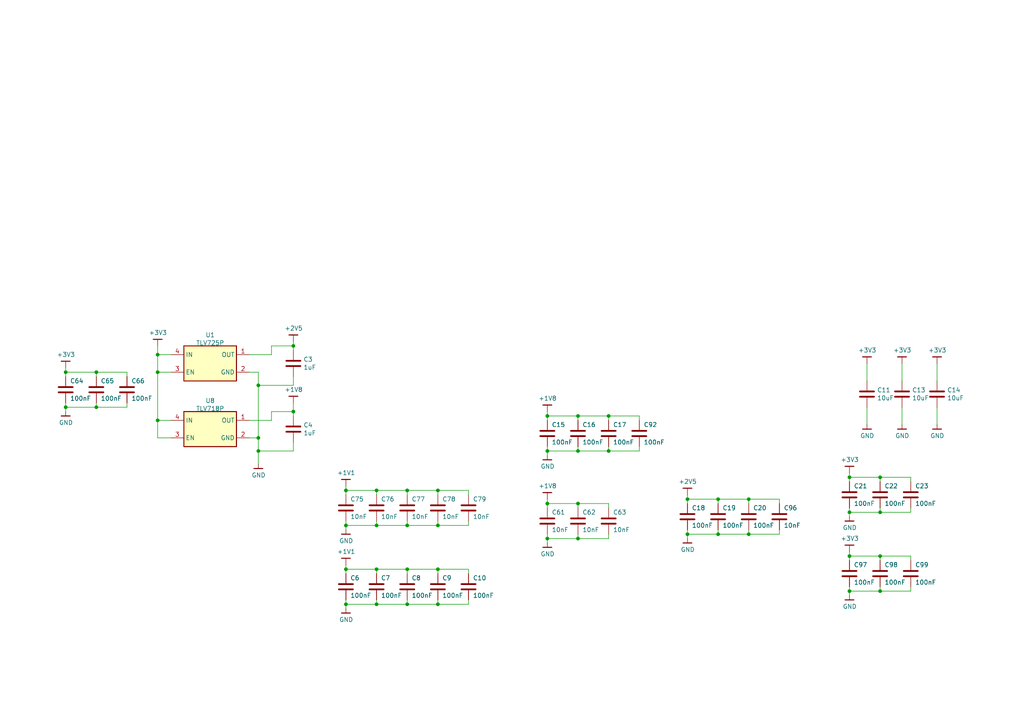
<source format=kicad_sch>
(kicad_sch (version 20200512) (host eeschema "5.99.0-unknown-711fc99~101~ubuntu18.04.1")
  (page 1 19)
  (paper "A4")
  (title_block (title "ButterStick") (date "2019-06-14") (rev "r0.2") (company "GsD"))
  (lib_symbols
    (symbol "Device:C" (pin_numbers hide) (pin_names (offset 0.254))
      (property "Reference" "C" (at 0.635 2.54 0))
      (property "Value" "C" (at 0.635 -2.54 0))
      (symbol "C_0_1"
        (polyline (pts (xy -2.032 -0.762) (xy 2.032 -0.762)) (stroke (width 0.508)))
        (polyline (pts (xy -2.032 0.762) (xy 2.032 0.762)) (stroke (width 0.508)))
      )
      (symbol "C_1_1"
        (pin passive line (at 0 3.81 270) (length 2.794) (name "~") (number "1"))
        (pin passive line (at 0 -3.81 90) (length 2.794) (name "~") (number "2"))
      )
    )
    (symbol "gkl_pmic:NCP167"
      (property "Reference" "U" (at 0 11.43 0))
      (property "Value" "NCP167" (at 0 8.89 0))
      (symbol "NCP167_0_1"
        (rectangle (start -7.62 5.08) (end 7.62 -5.08) (stroke (width 0.3048)) (fill (type background)))
      )
      (symbol "NCP167_1_1"
        (pin input line (at 11.43 2.54 180) (length 3.81) (name "OUT") (number "1"))
        (pin input line (at 11.43 -2.54 180) (length 3.81) (name "GND") (number "2"))
        (pin input line (at -11.43 -2.54 0) (length 3.81) (name "EN") (number "3"))
        (pin input line (at -11.43 2.54 0) (length 3.81) (name "IN") (number "4"))
      )
    )
    (symbol "gkl_power:+1V1" (power) (pin_names (offset 0))
      (property "Value" "+1V1" (at 0 3.556 0))
      (symbol "+1V1_0_1"
        (polyline (pts (xy -1.27 1.905) (xy 1.27 1.905)) (stroke (width 0.3048)))
        (polyline (pts (xy 0 0) (xy 0 1.905)))
      )
      (symbol "+1V1_1_1"
        (pin power_in line (at 0 0 90) (length 0) (name "+1V1") (number "1") hide)
      )
    )
    (symbol "gkl_power:+1V8" (power) (pin_names (offset 0))
      (property "Value" "+1V8" (at 0 3.556 0))
      (symbol "+1V8_0_1"
        (polyline (pts (xy -1.27 1.905) (xy 1.27 1.905)) (stroke (width 0.3048)))
        (polyline (pts (xy 0 0) (xy 0 1.905)))
      )
      (symbol "+1V8_1_1"
        (pin power_in line (at 0 0 90) (length 0) (name "+1V8") (number "1") hide)
      )
    )
    (symbol "gkl_power:+2V5" (power) (pin_names (offset 0))
      (property "Value" "+2V5" (at 0 3.556 0))
      (symbol "+2V5_0_1"
        (polyline (pts (xy -1.27 1.905) (xy 1.27 1.905)) (stroke (width 0.3048)))
        (polyline (pts (xy 0 0) (xy 0 1.905)))
      )
      (symbol "+2V5_1_1"
        (pin power_in line (at 0 0 90) (length 0) (name "+2V5") (number "1") hide)
      )
    )
    (symbol "gkl_power:+3V3" (power) (pin_names (offset 0))
      (property "Value" "+3V3" (at 0 3.556 0))
      (symbol "+3V3_0_1"
        (polyline (pts (xy -1.27 1.905) (xy 1.27 1.905)) (stroke (width 0.3048)))
        (polyline (pts (xy 0 0) (xy 0 1.905)))
      )
      (symbol "+3V3_1_1"
        (pin power_in line (at 0 0 90) (length 0) (name "+3V3") (number "1") hide)
      )
    )
    (symbol "gkl_power:GND" (power) (pin_names (offset 0))
      (property "Value" "GND" (at 0 -2.54 0))
      (symbol "GND_0_1"
        (polyline (pts (xy 0 -1.27) (xy 0 0)))
        (polyline (pts (xy 1.27 -1.27) (xy -1.27 -1.27)) (stroke (width 0.3048)))
      )
      (symbol "GND_1_1"
        (pin power_in line (at 0 0 270) (length 0) (name "GND") (number "1") hide)
      )
    )
  )
  (junction (at 19.05 107.95))
  (junction (at 19.05 118.11))
  (junction (at 27.94 107.95))
  (junction (at 27.94 118.11))
  (junction (at 45.72 102.87))
  (junction (at 45.72 107.95))
  (junction (at 45.72 121.92))
  (junction (at 74.93 111.76))
  (junction (at 74.93 127))
  (junction (at 74.93 130.81))
  (junction (at 85.09 100.33))
  (junction (at 85.09 119.38))
  (junction (at 100.33 142.24))
  (junction (at 100.33 152.4))
  (junction (at 100.33 165.1))
  (junction (at 100.33 175.26))
  (junction (at 109.22 142.24))
  (junction (at 109.22 152.4))
  (junction (at 109.22 165.1))
  (junction (at 109.22 175.26))
  (junction (at 118.11 142.24))
  (junction (at 118.11 152.4))
  (junction (at 118.11 165.1))
  (junction (at 118.11 175.26))
  (junction (at 127 142.24))
  (junction (at 127 152.4))
  (junction (at 127 165.1))
  (junction (at 127 175.26))
  (junction (at 158.75 120.65))
  (junction (at 158.75 130.81))
  (junction (at 158.75 146.05))
  (junction (at 158.75 156.21))
  (junction (at 167.64 120.65))
  (junction (at 167.64 130.81))
  (junction (at 167.64 146.05))
  (junction (at 167.64 156.21))
  (junction (at 176.53 120.65))
  (junction (at 176.53 130.81))
  (junction (at 199.39 144.78))
  (junction (at 199.39 154.94))
  (junction (at 208.28 144.78))
  (junction (at 208.28 154.94))
  (junction (at 217.17 144.78))
  (junction (at 217.17 154.94))
  (junction (at 246.38 138.43))
  (junction (at 246.38 148.59))
  (junction (at 246.38 161.29))
  (junction (at 246.38 171.45))
  (junction (at 255.27 138.43))
  (junction (at 255.27 148.59))
  (junction (at 255.27 161.29))
  (junction (at 255.27 171.45))
  (wire (pts (xy 19.05 107.95) (xy 19.05 106.68)))
  (wire (pts (xy 19.05 107.95) (xy 27.94 107.95)))
  (wire (pts (xy 19.05 109.22) (xy 19.05 107.95)))
  (wire (pts (xy 19.05 118.11) (xy 19.05 116.84)))
  (wire (pts (xy 19.05 118.11) (xy 27.94 118.11)))
  (wire (pts (xy 19.05 119.38) (xy 19.05 118.11)))
  (wire (pts (xy 27.94 107.95) (xy 27.94 109.22)))
  (wire (pts (xy 27.94 107.95) (xy 36.83 107.95)))
  (wire (pts (xy 27.94 118.11) (xy 27.94 116.84)))
  (wire (pts (xy 27.94 118.11) (xy 36.83 118.11)))
  (wire (pts (xy 36.83 107.95) (xy 36.83 109.22)))
  (wire (pts (xy 36.83 118.11) (xy 36.83 116.84)))
  (wire (pts (xy 45.72 102.87) (xy 45.72 100.33)))
  (wire (pts (xy 45.72 107.95) (xy 45.72 102.87)))
  (wire (pts (xy 45.72 121.92) (xy 45.72 107.95)))
  (wire (pts (xy 45.72 127) (xy 45.72 121.92)))
  (wire (pts (xy 49.53 102.87) (xy 45.72 102.87)))
  (wire (pts (xy 49.53 107.95) (xy 45.72 107.95)))
  (wire (pts (xy 49.53 121.92) (xy 45.72 121.92)))
  (wire (pts (xy 49.53 127) (xy 45.72 127)))
  (wire (pts (xy 72.39 102.87) (xy 78.74 102.87)))
  (wire (pts (xy 72.39 107.95) (xy 74.93 107.95)))
  (wire (pts (xy 72.39 121.92) (xy 78.74 121.92)))
  (wire (pts (xy 72.39 127) (xy 74.93 127)))
  (wire (pts (xy 74.93 107.95) (xy 74.93 111.76)))
  (wire (pts (xy 74.93 111.76) (xy 74.93 127)))
  (wire (pts (xy 74.93 127) (xy 74.93 130.81)))
  (wire (pts (xy 74.93 130.81) (xy 74.93 134.62)))
  (wire (pts (xy 78.74 100.33) (xy 85.09 100.33)))
  (wire (pts (xy 78.74 102.87) (xy 78.74 100.33)))
  (wire (pts (xy 78.74 119.38) (xy 85.09 119.38)))
  (wire (pts (xy 78.74 121.92) (xy 78.74 119.38)))
  (wire (pts (xy 85.09 100.33) (xy 85.09 99.06)))
  (wire (pts (xy 85.09 101.6) (xy 85.09 100.33)))
  (wire (pts (xy 85.09 109.22) (xy 85.09 111.76)))
  (wire (pts (xy 85.09 111.76) (xy 74.93 111.76)))
  (wire (pts (xy 85.09 119.38) (xy 85.09 116.84)))
  (wire (pts (xy 85.09 119.38) (xy 85.09 120.65)))
  (wire (pts (xy 85.09 128.27) (xy 85.09 130.81)))
  (wire (pts (xy 85.09 130.81) (xy 74.93 130.81)))
  (wire (pts (xy 100.33 142.24) (xy 100.33 140.97)))
  (wire (pts (xy 100.33 142.24) (xy 109.22 142.24)))
  (wire (pts (xy 100.33 143.51) (xy 100.33 142.24)))
  (wire (pts (xy 100.33 152.4) (xy 100.33 151.13)))
  (wire (pts (xy 100.33 152.4) (xy 109.22 152.4)))
  (wire (pts (xy 100.33 153.67) (xy 100.33 152.4)))
  (wire (pts (xy 100.33 165.1) (xy 100.33 163.83)))
  (wire (pts (xy 100.33 165.1) (xy 109.22 165.1)))
  (wire (pts (xy 100.33 166.37) (xy 100.33 165.1)))
  (wire (pts (xy 100.33 175.26) (xy 100.33 173.99)))
  (wire (pts (xy 100.33 175.26) (xy 109.22 175.26)))
  (wire (pts (xy 100.33 176.53) (xy 100.33 175.26)))
  (wire (pts (xy 109.22 142.24) (xy 109.22 143.51)))
  (wire (pts (xy 109.22 142.24) (xy 118.11 142.24)))
  (wire (pts (xy 109.22 152.4) (xy 109.22 151.13)))
  (wire (pts (xy 109.22 152.4) (xy 118.11 152.4)))
  (wire (pts (xy 109.22 165.1) (xy 109.22 166.37)))
  (wire (pts (xy 109.22 165.1) (xy 118.11 165.1)))
  (wire (pts (xy 109.22 175.26) (xy 109.22 173.99)))
  (wire (pts (xy 109.22 175.26) (xy 118.11 175.26)))
  (wire (pts (xy 118.11 142.24) (xy 118.11 143.51)))
  (wire (pts (xy 118.11 142.24) (xy 127 142.24)))
  (wire (pts (xy 118.11 152.4) (xy 118.11 151.13)))
  (wire (pts (xy 118.11 152.4) (xy 127 152.4)))
  (wire (pts (xy 118.11 165.1) (xy 118.11 166.37)))
  (wire (pts (xy 118.11 165.1) (xy 127 165.1)))
  (wire (pts (xy 118.11 175.26) (xy 118.11 173.99)))
  (wire (pts (xy 118.11 175.26) (xy 127 175.26)))
  (wire (pts (xy 127 142.24) (xy 127 143.51)))
  (wire (pts (xy 127 142.24) (xy 135.89 142.24)))
  (wire (pts (xy 127 152.4) (xy 127 151.13)))
  (wire (pts (xy 127 152.4) (xy 135.89 152.4)))
  (wire (pts (xy 127 165.1) (xy 127 166.37)))
  (wire (pts (xy 127 165.1) (xy 135.89 165.1)))
  (wire (pts (xy 127 175.26) (xy 127 173.99)))
  (wire (pts (xy 127 175.26) (xy 135.89 175.26)))
  (wire (pts (xy 135.89 142.24) (xy 135.89 143.51)))
  (wire (pts (xy 135.89 152.4) (xy 135.89 151.13)))
  (wire (pts (xy 135.89 165.1) (xy 135.89 166.37)))
  (wire (pts (xy 135.89 175.26) (xy 135.89 173.99)))
  (wire (pts (xy 158.75 120.65) (xy 158.75 119.38)))
  (wire (pts (xy 158.75 120.65) (xy 167.64 120.65)))
  (wire (pts (xy 158.75 121.92) (xy 158.75 120.65)))
  (wire (pts (xy 158.75 130.81) (xy 158.75 129.54)))
  (wire (pts (xy 158.75 130.81) (xy 167.64 130.81)))
  (wire (pts (xy 158.75 132.08) (xy 158.75 130.81)))
  (wire (pts (xy 158.75 146.05) (xy 158.75 144.78)))
  (wire (pts (xy 158.75 146.05) (xy 167.64 146.05)))
  (wire (pts (xy 158.75 147.32) (xy 158.75 146.05)))
  (wire (pts (xy 158.75 156.21) (xy 158.75 154.94)))
  (wire (pts (xy 158.75 156.21) (xy 167.64 156.21)))
  (wire (pts (xy 158.75 157.48) (xy 158.75 156.21)))
  (wire (pts (xy 167.64 120.65) (xy 167.64 121.92)))
  (wire (pts (xy 167.64 120.65) (xy 176.53 120.65)))
  (wire (pts (xy 167.64 130.81) (xy 167.64 129.54)))
  (wire (pts (xy 167.64 130.81) (xy 176.53 130.81)))
  (wire (pts (xy 167.64 146.05) (xy 167.64 147.32)))
  (wire (pts (xy 167.64 146.05) (xy 176.53 146.05)))
  (wire (pts (xy 167.64 156.21) (xy 167.64 154.94)))
  (wire (pts (xy 167.64 156.21) (xy 176.53 156.21)))
  (wire (pts (xy 176.53 120.65) (xy 176.53 121.92)))
  (wire (pts (xy 176.53 120.65) (xy 185.42 120.65)))
  (wire (pts (xy 176.53 130.81) (xy 176.53 129.54)))
  (wire (pts (xy 176.53 130.81) (xy 185.42 130.81)))
  (wire (pts (xy 176.53 146.05) (xy 176.53 147.32)))
  (wire (pts (xy 176.53 156.21) (xy 176.53 154.94)))
  (wire (pts (xy 185.42 120.65) (xy 185.42 121.92)))
  (wire (pts (xy 185.42 130.81) (xy 185.42 129.54)))
  (wire (pts (xy 199.39 144.78) (xy 199.39 143.51)))
  (wire (pts (xy 199.39 144.78) (xy 208.28 144.78)))
  (wire (pts (xy 199.39 146.05) (xy 199.39 144.78)))
  (wire (pts (xy 199.39 154.94) (xy 199.39 153.67)))
  (wire (pts (xy 199.39 154.94) (xy 208.28 154.94)))
  (wire (pts (xy 199.39 156.21) (xy 199.39 154.94)))
  (wire (pts (xy 208.28 144.78) (xy 208.28 146.05)))
  (wire (pts (xy 208.28 144.78) (xy 217.17 144.78)))
  (wire (pts (xy 208.28 154.94) (xy 208.28 153.67)))
  (wire (pts (xy 208.28 154.94) (xy 217.17 154.94)))
  (wire (pts (xy 217.17 144.78) (xy 217.17 146.05)))
  (wire (pts (xy 217.17 144.78) (xy 226.06 144.78)))
  (wire (pts (xy 217.17 154.94) (xy 217.17 153.67)))
  (wire (pts (xy 217.17 154.94) (xy 226.06 154.94)))
  (wire (pts (xy 226.06 144.78) (xy 226.06 146.05)))
  (wire (pts (xy 226.06 154.94) (xy 226.06 153.67)))
  (wire (pts (xy 246.38 138.43) (xy 246.38 137.16)))
  (wire (pts (xy 246.38 138.43) (xy 255.27 138.43)))
  (wire (pts (xy 246.38 139.7) (xy 246.38 138.43)))
  (wire (pts (xy 246.38 148.59) (xy 246.38 147.32)))
  (wire (pts (xy 246.38 148.59) (xy 255.27 148.59)))
  (wire (pts (xy 246.38 149.86) (xy 246.38 148.59)))
  (wire (pts (xy 246.38 161.29) (xy 246.38 160.02)))
  (wire (pts (xy 246.38 161.29) (xy 255.27 161.29)))
  (wire (pts (xy 246.38 162.56) (xy 246.38 161.29)))
  (wire (pts (xy 246.38 171.45) (xy 246.38 170.18)))
  (wire (pts (xy 246.38 171.45) (xy 255.27 171.45)))
  (wire (pts (xy 246.38 172.72) (xy 246.38 171.45)))
  (wire (pts (xy 251.46 110.49) (xy 251.46 105.41)))
  (wire (pts (xy 251.46 123.19) (xy 251.46 118.11)))
  (wire (pts (xy 255.27 138.43) (xy 255.27 139.7)))
  (wire (pts (xy 255.27 138.43) (xy 264.16 138.43)))
  (wire (pts (xy 255.27 148.59) (xy 255.27 147.32)))
  (wire (pts (xy 255.27 148.59) (xy 264.16 148.59)))
  (wire (pts (xy 255.27 161.29) (xy 255.27 162.56)))
  (wire (pts (xy 255.27 161.29) (xy 264.16 161.29)))
  (wire (pts (xy 255.27 171.45) (xy 255.27 170.18)))
  (wire (pts (xy 255.27 171.45) (xy 264.16 171.45)))
  (wire (pts (xy 261.62 110.49) (xy 261.62 105.41)))
  (wire (pts (xy 261.62 123.19) (xy 261.62 118.11)))
  (wire (pts (xy 264.16 138.43) (xy 264.16 139.7)))
  (wire (pts (xy 264.16 148.59) (xy 264.16 147.32)))
  (wire (pts (xy 264.16 161.29) (xy 264.16 162.56)))
  (wire (pts (xy 264.16 171.45) (xy 264.16 170.18)))
  (wire (pts (xy 271.78 110.49) (xy 271.78 105.41)))
  (wire (pts (xy 271.78 123.19) (xy 271.78 118.11)))
  (symbol (lib_id "gkl_power:GND") (at 19.05 119.38 0) (unit 1)
    (property "Reference" "#PWR0217" (effects hide))
    (property "Value" "GND" (at 19.1262 122.5804 0))
  )
  (symbol (lib_id "gkl_power:GND") (at 74.93 134.62 0) (unit 1)
    (property "Reference" "#PWR0111" (effects hide))
    (property "Value" "GND" (at 75.0062 137.8204 0))
  )
  (symbol (lib_id "gkl_power:GND") (at 100.33 153.67 0) (unit 1)
    (property "Reference" "#PWR0278" (effects hide))
    (property "Value" "GND" (at 100.4062 156.8704 0))
  )
  (symbol (lib_id "gkl_power:GND") (at 100.33 176.53 0) (unit 1)
    (property "Reference" "#PWR0235" (effects hide))
    (property "Value" "GND" (at 100.4062 179.7304 0))
  )
  (symbol (lib_id "gkl_power:GND") (at 158.75 132.08 0) (unit 1)
    (property "Reference" "#PWR0233" (effects hide))
    (property "Value" "GND" (at 158.8262 135.2804 0))
  )
  (symbol (lib_id "gkl_power:GND") (at 158.75 157.48 0) (unit 1)
    (property "Reference" "#PWR0249" (effects hide))
    (property "Value" "GND" (at 158.8262 160.6804 0))
  )
  (symbol (lib_id "gkl_power:GND") (at 199.39 156.21 0) (unit 1)
    (property "Reference" "#PWR0232" (effects hide))
    (property "Value" "GND" (at 199.4662 159.4104 0))
  )
  (symbol (lib_id "gkl_power:GND") (at 246.38 149.86 0) (unit 1)
    (property "Reference" "#PWR0237" (effects hide))
    (property "Value" "GND" (at 246.4562 153.0604 0))
  )
  (symbol (lib_id "gkl_power:GND") (at 246.38 172.72 0) (unit 1)
    (property "Reference" "#PWR0297" (effects hide))
    (property "Value" "GND" (at 246.4562 175.9204 0))
  )
  (symbol (lib_id "gkl_power:GND") (at 251.46 123.19 0) (unit 1)
    (property "Reference" "#PWR0116" (effects hide))
    (property "Value" "GND" (at 251.5362 126.3904 0))
  )
  (symbol (lib_id "gkl_power:GND") (at 261.62 123.19 0) (unit 1)
    (property "Reference" "#PWR0112" (effects hide))
    (property "Value" "GND" (at 261.6962 126.3904 0))
  )
  (symbol (lib_id "gkl_power:GND") (at 271.78 123.19 0) (unit 1)
    (property "Reference" "#PWR0113" (effects hide))
    (property "Value" "GND" (at 271.8562 126.3904 0))
  )
  (symbol (lib_id "gkl_power:+3V3") (at 19.05 106.68 0) (unit 1)
    (property "Reference" "#PWR0259" (effects hide))
    (property "Value" "+3V3" (at 19.1262 102.8446 0))
  )
  (symbol (lib_id "gkl_power:+3V3") (at 45.72 100.33 0) (unit 1)
    (property "Reference" "#PWR0118" (effects hide))
    (property "Value" "+3V3" (at 45.7962 96.4946 0))
  )
  (symbol (lib_id "gkl_power:+2V5") (at 85.09 99.06 0) (unit 1)
    (property "Reference" "#PWR0109" (effects hide))
    (property "Value" "+2V5" (at 85.1662 95.2246 0))
  )
  (symbol (lib_id "gkl_power:+1V8") (at 85.09 116.84 0) (unit 1)
    (property "Reference" "#PWR0110" (effects hide))
    (property "Value" "+1V8" (at 85.1662 113.0046 0))
  )
  (symbol (lib_id "gkl_power:+1V1") (at 100.33 140.97 0) (unit 1)
    (property "Reference" "#PWR0279" (effects hide))
    (property "Value" "+1V1" (at 100.4062 137.1346 0))
  )
  (symbol (lib_id "gkl_power:+1V1") (at 100.33 163.83 0) (unit 1)
    (property "Reference" "#PWR0236" (effects hide))
    (property "Value" "+1V1" (at 100.4062 159.9946 0))
  )
  (symbol (lib_id "gkl_power:+1V8") (at 158.75 119.38 0) (unit 1)
    (property "Reference" "#PWR0234" (effects hide))
    (property "Value" "+1V8" (at 158.8262 115.5446 0))
  )
  (symbol (lib_id "gkl_power:+1V8") (at 158.75 144.78 0) (unit 1)
    (property "Reference" "#PWR0250" (effects hide))
    (property "Value" "+1V8" (at 158.8262 140.9446 0))
  )
  (symbol (lib_id "gkl_power:+2V5") (at 199.39 143.51 0) (unit 1)
    (property "Reference" "#PWR0231" (effects hide))
    (property "Value" "+2V5" (at 199.4662 139.6746 0))
  )
  (symbol (lib_id "gkl_power:+3V3") (at 246.38 137.16 0) (unit 1)
    (property "Reference" "#PWR0238" (effects hide))
    (property "Value" "+3V3" (at 246.4562 133.3246 0))
  )
  (symbol (lib_id "gkl_power:+3V3") (at 246.38 160.02 0) (unit 1)
    (property "Reference" "#PWR0298" (effects hide))
    (property "Value" "+3V3" (at 246.4562 156.1846 0))
  )
  (symbol (lib_id "gkl_power:+3V3") (at 251.46 105.41 0) (unit 1)
    (property "Reference" "#PWR0117" (effects hide))
    (property "Value" "+3V3" (at 251.5362 101.5746 0))
  )
  (symbol (lib_id "gkl_power:+3V3") (at 261.62 105.41 0) (unit 1)
    (property "Reference" "#PWR0115" (effects hide))
    (property "Value" "+3V3" (at 261.6962 101.5746 0))
  )
  (symbol (lib_id "gkl_power:+3V3") (at 271.78 105.41 0) (unit 1)
    (property "Reference" "#PWR0114" (effects hide))
    (property "Value" "+3V3" (at 271.8562 101.5746 0))
  )
  (symbol (lib_id "Device:C") (at 19.05 113.03 0) (unit 1)
    (property "Reference" "C64" (at 20.32 110.49 0) (effects (justify left)))
    (property "Value" "100nF" (at 20.32 115.57 0) (effects (justify left)))
    (property "Footprint" "Capacitor_SMD:C_0402_1005Metric" (effects hide))
    (property "SN-DK" "1276-1002-1-ND" (effects hide))
    (property "PN" "CL05B104KP5NNNC" (effects hide))
    (property "Mfg" "Samsung Electro-Mechanics" (effects hide))
  )
  (symbol (lib_id "Device:C") (at 27.94 113.03 0) (unit 1)
    (property "Reference" "C65" (at 29.21 110.49 0) (effects (justify left)))
    (property "Value" "100nF" (at 29.21 115.57 0) (effects (justify left)))
    (property "Footprint" "Capacitor_SMD:C_0402_1005Metric" (effects hide))
    (property "SN-DK" "1276-1002-1-ND" (effects hide))
    (property "PN" "CL05B104KP5NNNC" (effects hide))
    (property "Mfg" "Samsung Electro-Mechanics" (effects hide))
  )
  (symbol (lib_id "Device:C") (at 36.83 113.03 0) (unit 1)
    (property "Reference" "C66" (at 38.1 110.49 0) (effects (justify left)))
    (property "Value" "100nF" (at 38.1 115.57 0) (effects (justify left)))
    (property "Footprint" "Capacitor_SMD:C_0402_1005Metric" (effects hide))
    (property "SN-DK" "1276-1002-1-ND" (effects hide))
    (property "PN" "CL05B104KP5NNNC" (effects hide))
    (property "Mfg" "Samsung Electro-Mechanics" (effects hide))
  )
  (symbol (lib_id "Device:C") (at 85.09 105.41 0) (unit 1)
    (property "Reference" "C3" (at 88.011 104.2416 0) (effects (justify left)))
    (property "Value" "1uF" (at 88.011 106.553 0) (effects (justify left)))
    (property "Footprint" "Capacitor_SMD:C_0402_1005Metric" (effects hide))
    (property "SN-DK" "445-13185-1-ND" (effects hide))
    (property "PN" "CL05A105KP5NNNC" (effects hide))
    (property "Mfg" "Samsung Electro-Mechanics" (effects hide))
  )
  (symbol (lib_id "Device:C") (at 85.09 124.46 0) (unit 1)
    (property "Reference" "C4" (at 88.011 123.2916 0) (effects (justify left)))
    (property "Value" "1uF" (at 88.011 125.603 0) (effects (justify left)))
    (property "Footprint" "Capacitor_SMD:C_0402_1005Metric" (effects hide))
    (property "SN-DK" "445-13185-1-ND" (effects hide))
    (property "PN" "CL05A105KP5NNNC" (effects hide))
    (property "Mfg" "Samsung Electro-Mechanics" (effects hide))
  )
  (symbol (lib_id "Device:C") (at 100.33 147.32 0) (unit 1)
    (property "Reference" "C75" (at 101.6 144.78 0) (effects (justify left)))
    (property "Value" "10nF" (at 101.6 149.86 0) (effects (justify left)))
    (property "Footprint" "Capacitor_SMD:C_0402_1005Metric" (effects hide))
    (property "SN-DK" "1276-1002-1-ND" (effects hide))
    (property "PN" "CL05B103KP5NNNC" (effects hide))
    (property "Mfg" "Samsung Electro-Mechanics" (effects hide))
  )
  (symbol (lib_id "Device:C") (at 100.33 170.18 0) (unit 1)
    (property "Reference" "C6" (at 101.6 167.64 0) (effects (justify left)))
    (property "Value" "100nF" (at 101.6 172.72 0) (effects (justify left)))
    (property "Footprint" "Capacitor_SMD:C_0402_1005Metric" (effects hide))
    (property "SN-DK" "1276-1002-1-ND" (effects hide))
    (property "PN" "CL05B104KP5NNNC" (effects hide))
    (property "Mfg" "Samsung Electro-Mechanics" (effects hide))
  )
  (symbol (lib_id "Device:C") (at 109.22 147.32 0) (unit 1)
    (property "Reference" "C76" (at 110.49 144.78 0) (effects (justify left)))
    (property "Value" "10nF" (at 110.49 149.86 0) (effects (justify left)))
    (property "Footprint" "Capacitor_SMD:C_0402_1005Metric" (effects hide))
    (property "SN-DK" "1276-1002-1-ND" (effects hide))
    (property "PN" "CL05B103KP5NNNC" (effects hide))
    (property "Mfg" "Samsung Electro-Mechanics" (effects hide))
  )
  (symbol (lib_id "Device:C") (at 109.22 170.18 0) (unit 1)
    (property "Reference" "C7" (at 110.49 167.64 0) (effects (justify left)))
    (property "Value" "100nF" (at 110.49 172.72 0) (effects (justify left)))
    (property "Footprint" "Capacitor_SMD:C_0402_1005Metric" (effects hide))
    (property "SN-DK" "1276-1002-1-ND" (effects hide))
    (property "PN" "CL05B104KP5NNNC" (effects hide))
    (property "Mfg" "Samsung Electro-Mechanics" (effects hide))
  )
  (symbol (lib_id "Device:C") (at 118.11 147.32 0) (unit 1)
    (property "Reference" "C77" (at 119.38 144.78 0) (effects (justify left)))
    (property "Value" "10nF" (at 119.38 149.86 0) (effects (justify left)))
    (property "Footprint" "Capacitor_SMD:C_0402_1005Metric" (effects hide))
    (property "SN-DK" "1276-1002-1-ND" (effects hide))
    (property "PN" "CL05B103KP5NNNC" (effects hide))
    (property "Mfg" "Samsung Electro-Mechanics" (effects hide))
  )
  (symbol (lib_id "Device:C") (at 118.11 170.18 0) (unit 1)
    (property "Reference" "C8" (at 119.38 167.64 0) (effects (justify left)))
    (property "Value" "100nF" (at 119.38 172.72 0) (effects (justify left)))
    (property "Footprint" "Capacitor_SMD:C_0402_1005Metric" (effects hide))
    (property "SN-DK" "1276-1002-1-ND" (effects hide))
    (property "PN" "CL05B104KP5NNNC" (effects hide))
    (property "Mfg" "Samsung Electro-Mechanics" (effects hide))
  )
  (symbol (lib_id "Device:C") (at 127 147.32 0) (unit 1)
    (property "Reference" "C78" (at 128.27 144.78 0) (effects (justify left)))
    (property "Value" "10nF" (at 128.27 149.86 0) (effects (justify left)))
    (property "Footprint" "Capacitor_SMD:C_0402_1005Metric" (effects hide))
    (property "SN-DK" "1276-1002-1-ND" (effects hide))
    (property "PN" "CL05B103KP5NNNC" (effects hide))
    (property "Mfg" "Samsung Electro-Mechanics" (effects hide))
  )
  (symbol (lib_id "Device:C") (at 127 170.18 0) (unit 1)
    (property "Reference" "C9" (at 128.27 167.64 0) (effects (justify left)))
    (property "Value" "100nF" (at 128.27 172.72 0) (effects (justify left)))
    (property "Footprint" "Capacitor_SMD:C_0402_1005Metric" (effects hide))
    (property "SN-DK" "1276-1002-1-ND" (effects hide))
    (property "PN" "CL05B104KP5NNNC" (effects hide))
    (property "Mfg" "Samsung Electro-Mechanics" (effects hide))
  )
  (symbol (lib_id "Device:C") (at 135.89 147.32 0) (unit 1)
    (property "Reference" "C79" (at 137.16 144.78 0) (effects (justify left)))
    (property "Value" "10nF" (at 137.16 149.86 0) (effects (justify left)))
    (property "Footprint" "Capacitor_SMD:C_0402_1005Metric" (effects hide))
    (property "SN-DK" "1276-1002-1-ND" (effects hide))
    (property "PN" "CL05B103KP5NNNC" (effects hide))
    (property "Mfg" "Samsung Electro-Mechanics" (effects hide))
  )
  (symbol (lib_id "Device:C") (at 135.89 170.18 0) (unit 1)
    (property "Reference" "C10" (at 137.16 167.64 0) (effects (justify left)))
    (property "Value" "100nF" (at 137.16 172.72 0) (effects (justify left)))
    (property "Footprint" "Capacitor_SMD:C_0402_1005Metric" (effects hide))
    (property "SN-DK" "1276-1002-1-ND" (effects hide))
    (property "PN" "CL05B104KP5NNNC" (effects hide))
    (property "Mfg" "Samsung Electro-Mechanics" (effects hide))
  )
  (symbol (lib_id "Device:C") (at 158.75 125.73 0) (unit 1)
    (property "Reference" "C15" (at 160.02 123.19 0) (effects (justify left)))
    (property "Value" "100nF" (at 160.02 128.27 0) (effects (justify left)))
    (property "Footprint" "Capacitor_SMD:C_0402_1005Metric" (effects hide))
    (property "SN-DK" "1276-1002-1-ND" (effects hide))
    (property "PN" "CL05B104KP5NNNC" (effects hide))
    (property "Mfg" "Samsung Electro-Mechanics" (effects hide))
  )
  (symbol (lib_id "Device:C") (at 158.75 151.13 0) (unit 1)
    (property "Reference" "C61" (at 160.02 148.59 0) (effects (justify left)))
    (property "Value" "10nF" (at 160.02 153.67 0) (effects (justify left)))
    (property "Footprint" "Capacitor_SMD:C_0402_1005Metric" (effects hide))
    (property "SN-DK" "1276-1002-1-ND" (effects hide))
    (property "PN" "CL05B103KP5NNNC" (effects hide))
    (property "Mfg" "Samsung Electro-Mechanics" (effects hide))
  )
  (symbol (lib_id "Device:C") (at 167.64 125.73 0) (unit 1)
    (property "Reference" "C16" (at 168.91 123.19 0) (effects (justify left)))
    (property "Value" "100nF" (at 168.91 128.27 0) (effects (justify left)))
    (property "Footprint" "Capacitor_SMD:C_0402_1005Metric" (effects hide))
    (property "SN-DK" "1276-1002-1-ND" (effects hide))
    (property "PN" "CL05B104KP5NNNC" (effects hide))
    (property "Mfg" "Samsung Electro-Mechanics" (effects hide))
  )
  (symbol (lib_id "Device:C") (at 167.64 151.13 0) (unit 1)
    (property "Reference" "C62" (at 168.91 148.59 0) (effects (justify left)))
    (property "Value" "10nF" (at 168.91 153.67 0) (effects (justify left)))
    (property "Footprint" "Capacitor_SMD:C_0402_1005Metric" (effects hide))
    (property "SN-DK" "1276-1002-1-ND" (effects hide))
    (property "PN" "CL05B103KP5NNNC" (effects hide))
    (property "Mfg" "Samsung Electro-Mechanics" (effects hide))
  )
  (symbol (lib_id "Device:C") (at 176.53 125.73 0) (unit 1)
    (property "Reference" "C17" (at 177.8 123.19 0) (effects (justify left)))
    (property "Value" "100nF" (at 177.8 128.27 0) (effects (justify left)))
    (property "Footprint" "Capacitor_SMD:C_0402_1005Metric" (effects hide))
    (property "SN-DK" "1276-1002-1-ND" (effects hide))
    (property "PN" "CL05B104KP5NNNC" (effects hide))
    (property "Mfg" "Samsung Electro-Mechanics" (effects hide))
  )
  (symbol (lib_id "Device:C") (at 176.53 151.13 0) (unit 1)
    (property "Reference" "C63" (at 177.8 148.59 0) (effects (justify left)))
    (property "Value" "10nF" (at 177.8 153.67 0) (effects (justify left)))
    (property "Footprint" "Capacitor_SMD:C_0402_1005Metric" (effects hide))
    (property "SN-DK" "1276-1002-1-ND" (effects hide))
    (property "PN" "CL05B103KP5NNNC" (effects hide))
    (property "Mfg" "Samsung Electro-Mechanics" (effects hide))
  )
  (symbol (lib_id "Device:C") (at 185.42 125.73 0) (unit 1)
    (property "Reference" "C92" (at 186.69 123.19 0) (effects (justify left)))
    (property "Value" "100nF" (at 186.69 128.27 0) (effects (justify left)))
    (property "Footprint" "Capacitor_SMD:C_0402_1005Metric" (effects hide))
    (property "SN-DK" "1276-1002-1-ND" (effects hide))
    (property "PN" "CL05B104KP5NNNC" (effects hide))
    (property "Mfg" "Samsung Electro-Mechanics" (effects hide))
  )
  (symbol (lib_id "Device:C") (at 199.39 149.86 0) (unit 1)
    (property "Reference" "C18" (at 200.66 147.32 0) (effects (justify left)))
    (property "Value" "100nF" (at 200.66 152.4 0) (effects (justify left)))
    (property "Footprint" "Capacitor_SMD:C_0402_1005Metric" (effects hide))
    (property "SN-DK" "1276-1002-1-ND" (effects hide))
    (property "PN" "CL05B104KP5NNNC" (effects hide))
    (property "Mfg" "Samsung Electro-Mechanics" (effects hide))
  )
  (symbol (lib_id "Device:C") (at 208.28 149.86 0) (unit 1)
    (property "Reference" "C19" (at 209.55 147.32 0) (effects (justify left)))
    (property "Value" "100nF" (at 209.55 152.4 0) (effects (justify left)))
    (property "Footprint" "Capacitor_SMD:C_0402_1005Metric" (effects hide))
    (property "SN-DK" "1276-1002-1-ND" (effects hide))
    (property "PN" "CL05B104KP5NNNC" (effects hide))
    (property "Mfg" "Samsung Electro-Mechanics" (effects hide))
  )
  (symbol (lib_id "Device:C") (at 217.17 149.86 0) (unit 1)
    (property "Reference" "C20" (at 218.44 147.32 0) (effects (justify left)))
    (property "Value" "100nF" (at 218.44 152.4 0) (effects (justify left)))
    (property "Footprint" "Capacitor_SMD:C_0402_1005Metric" (effects hide))
    (property "SN-DK" "1276-1002-1-ND" (effects hide))
    (property "PN" "CL05B104KP5NNNC" (effects hide))
    (property "Mfg" "Samsung Electro-Mechanics" (effects hide))
  )
  (symbol (lib_id "Device:C") (at 226.06 149.86 0) (unit 1)
    (property "Reference" "C96" (at 227.33 147.32 0) (effects (justify left)))
    (property "Value" "10nF" (at 227.33 152.4 0) (effects (justify left)))
    (property "Footprint" "Capacitor_SMD:C_0402_1005Metric" (effects hide))
    (property "SN-DK" "1276-1002-1-ND" (effects hide))
    (property "PN" "CL05B103KP5NNNC" (effects hide))
    (property "Mfg" "Samsung Electro-Mechanics" (effects hide))
  )
  (symbol (lib_id "Device:C") (at 246.38 143.51 0) (unit 1)
    (property "Reference" "C21" (at 247.65 140.97 0) (effects (justify left)))
    (property "Value" "100nF" (at 247.65 146.05 0) (effects (justify left)))
    (property "Footprint" "Capacitor_SMD:C_0402_1005Metric" (effects hide))
    (property "SN-DK" "1276-1002-1-ND" (effects hide))
    (property "PN" "CL05B104KP5NNNC" (effects hide))
    (property "Mfg" "Samsung Electro-Mechanics" (effects hide))
  )
  (symbol (lib_id "Device:C") (at 246.38 166.37 0) (unit 1)
    (property "Reference" "C97" (at 247.65 163.83 0) (effects (justify left)))
    (property "Value" "100nF" (at 247.65 168.91 0) (effects (justify left)))
    (property "Footprint" "Capacitor_SMD:C_0402_1005Metric" (effects hide))
    (property "SN-DK" "1276-1002-1-ND" (effects hide))
    (property "PN" "CL05B104KP5NNNC" (effects hide))
    (property "Mfg" "Samsung Electro-Mechanics" (effects hide))
  )
  (symbol (lib_id "Device:C") (at 251.46 114.3 0) (unit 1)
    (property "Reference" "C11" (at 254.381 113.1316 0) (effects (justify left)))
    (property "Value" "10uF" (at 254.381 115.443 0) (effects (justify left)))
    (property "Footprint" "Capacitor_SMD:C_0603_1608Metric" (effects hide))
    (property "SN-DK" "445-7486-1-ND" (effects hide))
    (property "PN" "CL10A106MP8NNNC" (effects hide))
  )
  (symbol (lib_id "Device:C") (at 255.27 143.51 0) (unit 1)
    (property "Reference" "C22" (at 256.54 140.97 0) (effects (justify left)))
    (property "Value" "100nF" (at 256.54 146.05 0) (effects (justify left)))
    (property "Footprint" "Capacitor_SMD:C_0402_1005Metric" (effects hide))
    (property "SN-DK" "1276-1002-1-ND" (effects hide))
    (property "PN" "CL05B104KP5NNNC" (effects hide))
    (property "Mfg" "Samsung Electro-Mechanics" (effects hide))
  )
  (symbol (lib_id "Device:C") (at 255.27 166.37 0) (unit 1)
    (property "Reference" "C98" (at 256.54 163.83 0) (effects (justify left)))
    (property "Value" "100nF" (at 256.54 168.91 0) (effects (justify left)))
    (property "Footprint" "Capacitor_SMD:C_0402_1005Metric" (effects hide))
    (property "SN-DK" "1276-1002-1-ND" (effects hide))
    (property "PN" "CL05B104KP5NNNC" (effects hide))
    (property "Mfg" "Samsung Electro-Mechanics" (effects hide))
  )
  (symbol (lib_id "Device:C") (at 261.62 114.3 0) (unit 1)
    (property "Reference" "C13" (at 264.541 113.1316 0) (effects (justify left)))
    (property "Value" "10uF" (at 264.541 115.443 0) (effects (justify left)))
    (property "Footprint" "Capacitor_SMD:C_0603_1608Metric" (effects hide))
    (property "SN-DK" "445-7486-1-ND" (effects hide))
    (property "PN" "CL10A106MP8NNNC" (effects hide))
  )
  (symbol (lib_id "Device:C") (at 264.16 143.51 0) (unit 1)
    (property "Reference" "C23" (at 265.43 140.97 0) (effects (justify left)))
    (property "Value" "100nF" (at 265.43 146.05 0) (effects (justify left)))
    (property "Footprint" "Capacitor_SMD:C_0402_1005Metric" (effects hide))
    (property "SN-DK" "1276-1002-1-ND" (effects hide))
    (property "PN" "CL05B104KP5NNNC" (effects hide))
    (property "Mfg" "Samsung Electro-Mechanics" (effects hide))
  )
  (symbol (lib_id "Device:C") (at 264.16 166.37 0) (unit 1)
    (property "Reference" "C99" (at 265.43 163.83 0) (effects (justify left)))
    (property "Value" "100nF" (at 265.43 168.91 0) (effects (justify left)))
    (property "Footprint" "Capacitor_SMD:C_0402_1005Metric" (effects hide))
    (property "SN-DK" "1276-1002-1-ND" (effects hide))
    (property "PN" "CL05B104KP5NNNC" (effects hide))
    (property "Mfg" "Samsung Electro-Mechanics" (effects hide))
  )
  (symbol (lib_id "Device:C") (at 271.78 114.3 0) (unit 1)
    (property "Reference" "C14" (at 274.701 113.1316 0) (effects (justify left)))
    (property "Value" "10uF" (at 274.701 115.443 0) (effects (justify left)))
    (property "Footprint" "Capacitor_SMD:C_0603_1608Metric" (effects hide))
    (property "SN-DK" "445-7486-1-ND" (effects hide))
    (property "PN" "CL10A106MP8NNNC" (effects hide))
  )
  (symbol (lib_id "gkl_pmic:NCP167") (at 60.96 105.41 0) (unit 1)
    (property "Reference" "U1" (at 60.96 97.155 0))
    (property "Value" "TLV725P" (at 60.96 99.4664 0))
    (property "Footprint" "bosonFrameGrabber:X2SON" (effects hide))
    (property "PN" " TLV73325PDQNT " (effects hide))
    (property "SN-DK" " 296-38493-1-ND " (effects hide))
    (property "Mfg" "Texas Instruments" (effects hide))
  )
  (symbol (lib_id "gkl_pmic:NCP167") (at 60.96 124.46 0) (unit 1)
    (property "Reference" "U8" (at 60.96 116.205 0))
    (property "Value" "TLV718P" (at 60.96 118.5164 0))
    (property "Footprint" "bosonFrameGrabber:X2SON" (effects hide))
    (property "PN" " TLV73318PDQNT " (effects hide))
    (property "SN-DK" " 296-38538-1-ND " (effects hide))
    (property "Mfg" "Texas Instruments" (effects hide))
  )
)
</source>
